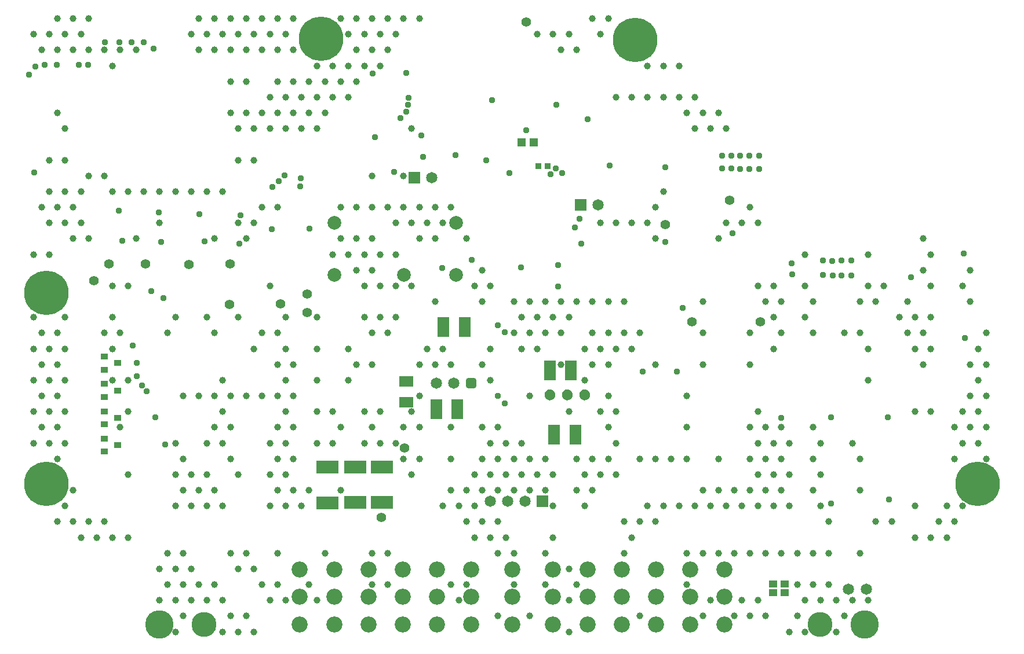
<source format=gbr>
G04*
G04 #@! TF.GenerationSoftware,Altium Limited,Altium Designer,22.4.2 (48)*
G04*
G04 Layer_Color=16711935*
%FSLAX25Y25*%
%MOIN*%
G70*
G04*
G04 #@! TF.SameCoordinates,EB04A3AC-252A-4695-9AB0-F794D25C9F92*
G04*
G04*
G04 #@! TF.FilePolarity,Negative*
G04*
G01*
G75*
%ADD74R,0.04931X0.04931*%
%ADD75R,0.04537X0.04143*%
%ADD81R,0.04143X0.03750*%
%ADD82R,0.06506X0.06506*%
%ADD83C,0.06506*%
G04:AMPARAMS|DCode=84|XSize=61.12mil|YSize=61.12mil|CornerRadius=16.78mil|HoleSize=0mil|Usage=FLASHONLY|Rotation=180.000|XOffset=0mil|YOffset=0mil|HoleType=Round|Shape=RoundedRectangle|*
%AMROUNDEDRECTD84*
21,1,0.06112,0.02756,0,0,180.0*
21,1,0.02756,0.06112,0,0,180.0*
1,1,0.03356,-0.01378,0.01378*
1,1,0.03356,0.01378,0.01378*
1,1,0.03356,0.01378,-0.01378*
1,1,0.03356,-0.01378,-0.01378*
%
%ADD84ROUNDEDRECTD84*%
%ADD85C,0.07900*%
%ADD86C,0.09261*%
%ADD87C,0.03700*%
%ADD88C,0.03900*%
%ADD89C,0.05600*%
%ADD90C,0.25600*%
%ADD91C,0.16348*%
%ADD92C,0.14379*%
%ADD114R,0.06506X0.11624*%
%ADD115R,0.13002X0.07608*%
%ADD116R,0.03356X0.03356*%
%ADD117R,0.08080X0.05915*%
G36*
X632000Y386873D02*
X632809Y386980D01*
X633563Y387292D01*
X634211Y387789D01*
X634708Y388437D01*
X635020Y389191D01*
X635127Y390000D01*
X635020Y390809D01*
X634708Y391563D01*
X634211Y392211D01*
X633563Y392708D01*
X632809Y393020D01*
X632000Y393127D01*
D01*
X631191Y393020D01*
X630437Y392708D01*
X629789Y392211D01*
X629292Y391563D01*
X628980Y390809D01*
X628873Y390000D01*
X628980Y389191D01*
X629292Y388437D01*
X629789Y387789D01*
X630437Y387292D01*
X631191Y386980D01*
X632000Y386873D01*
D01*
D02*
G37*
G36*
X642000D02*
X642809Y386980D01*
X643563Y387292D01*
X644211Y387789D01*
X644708Y388437D01*
X645020Y389191D01*
X645127Y390000D01*
X645020Y390809D01*
X644708Y391563D01*
X644211Y392211D01*
X643563Y392708D01*
X642809Y393020D01*
X642000Y393127D01*
D01*
X641191Y393020D01*
X640437Y392708D01*
X639789Y392211D01*
X639292Y391563D01*
X638980Y390809D01*
X638873Y390000D01*
X638980Y389191D01*
X639292Y388437D01*
X639789Y387789D01*
X640437Y387292D01*
X641191Y386980D01*
X642000Y386873D01*
D01*
D02*
G37*
G36*
X652000D02*
X652809Y386980D01*
X653563Y387292D01*
X654211Y387789D01*
X654708Y388437D01*
X655020Y389191D01*
X655127Y390000D01*
X655020Y390809D01*
X654708Y391563D01*
X654211Y392211D01*
X653563Y392708D01*
X652809Y393020D01*
X652000Y393127D01*
D01*
X651191Y393020D01*
X650437Y392708D01*
X649789Y392211D01*
X649292Y391563D01*
X648980Y390809D01*
X648873Y390000D01*
X648980Y389191D01*
X649292Y388437D01*
X649789Y387789D01*
X650437Y387292D01*
X651191Y386980D01*
X652000Y386873D01*
D01*
D02*
G37*
D74*
X622835Y535236D02*
D03*
X615748D02*
D03*
D75*
X760433Y276037D02*
D03*
X767126D02*
D03*
Y281181D02*
D03*
X760433D02*
D03*
D81*
X375590Y357368D02*
D03*
Y364848D02*
D03*
X383465Y361108D02*
D03*
X375590Y404485D02*
D03*
Y411966D02*
D03*
X383465Y408225D02*
D03*
X375590Y388779D02*
D03*
Y396260D02*
D03*
X383465Y392520D02*
D03*
X375590Y373074D02*
D03*
Y380554D02*
D03*
X383465Y376814D02*
D03*
D82*
X627716Y328740D02*
D03*
X553976Y514961D02*
D03*
X649803Y499409D02*
D03*
D83*
X617717Y328740D02*
D03*
X607717D02*
D03*
X597717D02*
D03*
X576772Y396732D02*
D03*
X566772D02*
D03*
X563976Y514961D02*
D03*
X659803Y499409D02*
D03*
X803543Y277953D02*
D03*
X814173D02*
D03*
D84*
X586772Y396732D02*
D03*
D85*
X508032Y459055D02*
D03*
X548032D02*
D03*
X578031D02*
D03*
Y489055D02*
D03*
X508032D02*
D03*
D86*
X488189Y257874D02*
D03*
Y273622D02*
D03*
Y289370D02*
D03*
X507874Y257874D02*
D03*
X527559D02*
D03*
Y273622D02*
D03*
Y289370D02*
D03*
X547244Y257874D02*
D03*
Y273622D02*
D03*
Y289370D02*
D03*
X566929Y257874D02*
D03*
Y273622D02*
D03*
Y289370D02*
D03*
X586614Y257874D02*
D03*
Y273622D02*
D03*
Y289370D02*
D03*
X610236Y257874D02*
D03*
Y273622D02*
D03*
Y289370D02*
D03*
X633858Y257874D02*
D03*
Y273622D02*
D03*
Y289370D02*
D03*
X653543Y257874D02*
D03*
Y273622D02*
D03*
Y289370D02*
D03*
X673228Y257874D02*
D03*
Y273622D02*
D03*
Y289370D02*
D03*
X692913Y257874D02*
D03*
Y273622D02*
D03*
Y289370D02*
D03*
X712598Y257874D02*
D03*
Y273622D02*
D03*
Y289370D02*
D03*
X732283Y257874D02*
D03*
Y273622D02*
D03*
Y289370D02*
D03*
X507874D02*
D03*
Y273622D02*
D03*
D87*
X476000Y513000D02*
D03*
X488734Y514766D02*
D03*
X606000Y426000D02*
D03*
X602000Y430000D02*
D03*
X376000Y593000D02*
D03*
X384500D02*
D03*
X391500D02*
D03*
X398500D02*
D03*
X404000Y589500D02*
D03*
X385876Y478863D02*
D03*
X408500Y478000D02*
D03*
X433500Y478500D02*
D03*
X453500Y477000D02*
D03*
X550750Y561206D02*
D03*
X550500Y557000D02*
D03*
X479500Y516500D02*
D03*
X488500Y510000D02*
D03*
X549500Y553000D02*
D03*
X546000Y549500D02*
D03*
X454000Y493500D02*
D03*
X430500Y494000D02*
D03*
X384000Y495950D02*
D03*
X407000Y495000D02*
D03*
X549500Y575500D02*
D03*
X531500Y538500D02*
D03*
X558000Y539500D02*
D03*
X335500Y518000D02*
D03*
X530000Y575000D02*
D03*
X472253Y509861D02*
D03*
X685433Y403250D02*
D03*
X705118D02*
D03*
X336000Y579000D02*
D03*
X332500Y574500D02*
D03*
X341500Y580000D02*
D03*
X348500D02*
D03*
X472185Y485296D02*
D03*
X542500Y518500D02*
D03*
X366500Y580000D02*
D03*
X361000D02*
D03*
X606000Y385000D02*
D03*
X615500Y463500D02*
D03*
X602000Y389500D02*
D03*
X650000Y477000D02*
D03*
X698500Y478000D02*
D03*
X708268Y440158D02*
D03*
X698500Y521000D02*
D03*
X646500Y486500D02*
D03*
X649000Y491500D02*
D03*
X666500Y522000D02*
D03*
X741339Y527750D02*
D03*
X746850D02*
D03*
X752362D02*
D03*
X736221D02*
D03*
X731000D02*
D03*
X752362Y520079D02*
D03*
X741339D02*
D03*
X731000Y520478D02*
D03*
X736221Y520472D02*
D03*
X746850Y520079D02*
D03*
X737000Y483000D02*
D03*
X570079Y462992D02*
D03*
X587008Y467717D02*
D03*
X764961Y376772D02*
D03*
X653543Y548819D02*
D03*
X397244Y395276D02*
D03*
X394488Y400787D02*
D03*
X409842Y445669D02*
D03*
X392126Y418504D02*
D03*
X394488Y408268D02*
D03*
X400000Y392126D02*
D03*
X405118Y377165D02*
D03*
X410630Y361417D02*
D03*
X402559Y449803D02*
D03*
X826378Y377165D02*
D03*
X870669Y422638D02*
D03*
X559055Y527165D02*
D03*
X638976Y517717D02*
D03*
X635827Y557087D02*
D03*
X598819Y559842D02*
D03*
X595276Y525197D02*
D03*
X608661Y517717D02*
D03*
X632283Y516929D02*
D03*
X635433Y520472D02*
D03*
X618504Y542520D02*
D03*
X493696Y485822D02*
D03*
X577756Y527953D02*
D03*
X805315Y467323D02*
D03*
Y458661D02*
D03*
X799803Y467323D02*
D03*
Y458661D02*
D03*
X794488Y467126D02*
D03*
X794685Y458858D02*
D03*
X789173Y467323D02*
D03*
Y459055D02*
D03*
X636811Y452362D02*
D03*
Y464764D02*
D03*
X771063Y465748D02*
D03*
X771260Y459252D02*
D03*
X839764Y457677D02*
D03*
X826968Y329724D02*
D03*
X793701Y327362D02*
D03*
Y376969D02*
D03*
X870079Y471457D02*
D03*
D88*
X882874Y425591D02*
D03*
X878347Y416536D02*
D03*
X882874Y407480D02*
D03*
X878347Y398425D02*
D03*
X882874Y389370D02*
D03*
X878347Y380315D02*
D03*
X882874Y371260D02*
D03*
X878347Y362205D02*
D03*
X882874Y353150D02*
D03*
X873819Y461811D02*
D03*
X869291Y452756D02*
D03*
X873819Y443701D02*
D03*
Y407480D02*
D03*
Y389370D02*
D03*
X869291Y380315D02*
D03*
X873819Y371260D02*
D03*
X869291Y362205D02*
D03*
Y325984D02*
D03*
X864764Y371260D02*
D03*
Y353150D02*
D03*
X860236Y325984D02*
D03*
X864764Y316929D02*
D03*
X860236Y307874D02*
D03*
X851181Y470866D02*
D03*
Y452756D02*
D03*
Y434646D02*
D03*
Y416536D02*
D03*
Y380315D02*
D03*
X855709Y316929D02*
D03*
X851181Y307874D02*
D03*
X846654Y479921D02*
D03*
Y461811D02*
D03*
X842126Y434646D02*
D03*
X846654Y425591D02*
D03*
X842126Y416536D02*
D03*
X846654Y407480D02*
D03*
X842126Y380315D02*
D03*
Y325984D02*
D03*
Y307874D02*
D03*
X837599Y443701D02*
D03*
X833071Y434646D02*
D03*
X837599Y425591D02*
D03*
X824016Y452756D02*
D03*
X828543Y316929D02*
D03*
X814961Y470866D02*
D03*
Y452756D02*
D03*
X819488Y443701D02*
D03*
X814961Y416536D02*
D03*
Y398425D02*
D03*
X819488Y316929D02*
D03*
X814961Y271654D02*
D03*
X810433Y443701D02*
D03*
Y425591D02*
D03*
X805906Y362205D02*
D03*
X810433Y353150D02*
D03*
Y335039D02*
D03*
Y298819D02*
D03*
X805906Y271654D02*
D03*
X801378Y425591D02*
D03*
X796851Y271654D02*
D03*
X801378Y262598D02*
D03*
X796851Y253543D02*
D03*
X787795Y362205D02*
D03*
Y344095D02*
D03*
Y325984D02*
D03*
X792323Y316929D02*
D03*
Y298819D02*
D03*
Y280709D02*
D03*
X787795Y271654D02*
D03*
X778740Y470866D02*
D03*
Y452756D02*
D03*
X783268Y443701D02*
D03*
X778740Y434646D02*
D03*
X783268Y425591D02*
D03*
Y371260D02*
D03*
Y353150D02*
D03*
Y335039D02*
D03*
Y298819D02*
D03*
Y280709D02*
D03*
X778740Y271654D02*
D03*
Y253543D02*
D03*
X769685Y362205D02*
D03*
Y344095D02*
D03*
Y325984D02*
D03*
X774213Y298819D02*
D03*
Y280709D02*
D03*
Y262598D02*
D03*
X769685Y253543D02*
D03*
X760630Y452756D02*
D03*
X765158Y443701D02*
D03*
X760630Y434646D02*
D03*
X765158Y425591D02*
D03*
X760630Y416536D02*
D03*
X765158Y371260D02*
D03*
X760630Y362205D02*
D03*
X765158Y353150D02*
D03*
X760630Y344095D02*
D03*
X765158Y335039D02*
D03*
X760630Y325984D02*
D03*
X765158Y298819D02*
D03*
X751575Y488976D02*
D03*
Y452756D02*
D03*
X756103Y443701D02*
D03*
X751575Y380315D02*
D03*
X756103Y371260D02*
D03*
X751575Y362205D02*
D03*
X756103Y353150D02*
D03*
X751575Y344095D02*
D03*
X756103Y335039D02*
D03*
X751575Y325984D02*
D03*
X756103Y298819D02*
D03*
X751575Y271654D02*
D03*
X756103Y262598D02*
D03*
X747047Y498032D02*
D03*
X742520Y488976D02*
D03*
X747047Y425591D02*
D03*
Y407480D02*
D03*
Y371260D02*
D03*
Y353150D02*
D03*
Y335039D02*
D03*
X742520Y325984D02*
D03*
X747047Y298819D02*
D03*
X742520Y271654D02*
D03*
X747047Y262598D02*
D03*
X733465Y543307D02*
D03*
Y488976D02*
D03*
X737992Y335039D02*
D03*
X733465Y325984D02*
D03*
X737992Y298819D02*
D03*
Y262598D02*
D03*
X728937Y552362D02*
D03*
X724410Y543307D02*
D03*
X728937Y479921D02*
D03*
Y353150D02*
D03*
Y335039D02*
D03*
X724410Y325984D02*
D03*
X728937Y298819D02*
D03*
X724410Y271654D02*
D03*
X715354Y561417D02*
D03*
X719882Y552362D02*
D03*
X715354Y543307D02*
D03*
X719882Y443701D02*
D03*
Y425591D02*
D03*
Y407480D02*
D03*
Y335039D02*
D03*
X715354Y325984D02*
D03*
X719882Y298819D02*
D03*
Y262598D02*
D03*
X706299Y579528D02*
D03*
Y561417D02*
D03*
X710827Y552362D02*
D03*
Y389370D02*
D03*
Y371260D02*
D03*
Y353150D02*
D03*
X706299Y325984D02*
D03*
X710827Y298819D02*
D03*
Y280709D02*
D03*
X697244Y579528D02*
D03*
Y561417D02*
D03*
Y507087D02*
D03*
X701772Y353150D02*
D03*
X697244Y325984D02*
D03*
X688189Y579528D02*
D03*
Y561417D02*
D03*
X692717Y498032D02*
D03*
X688189Y488976D02*
D03*
X692717Y479921D02*
D03*
Y407480D02*
D03*
Y353150D02*
D03*
X688189Y325984D02*
D03*
X692717Y316929D02*
D03*
X679134Y561417D02*
D03*
Y488976D02*
D03*
X683662Y425591D02*
D03*
X679134Y416536D02*
D03*
X683662Y353150D02*
D03*
Y316929D02*
D03*
X679134Y307874D02*
D03*
X683662Y262598D02*
D03*
X670079Y561417D02*
D03*
Y488976D02*
D03*
X674606Y443701D02*
D03*
Y425591D02*
D03*
X670079Y416536D02*
D03*
Y380315D02*
D03*
Y362205D02*
D03*
Y344095D02*
D03*
X674606Y316929D02*
D03*
Y298819D02*
D03*
X665551Y606693D02*
D03*
X661024Y597638D02*
D03*
Y488976D02*
D03*
X665551Y443701D02*
D03*
Y425591D02*
D03*
X661024Y416536D02*
D03*
X665551Y407480D02*
D03*
Y389370D02*
D03*
X661024Y380315D02*
D03*
X665551Y371260D02*
D03*
Y353150D02*
D03*
X661024Y344095D02*
D03*
X656496Y606693D02*
D03*
Y443701D02*
D03*
Y425591D02*
D03*
X651969Y416536D02*
D03*
X656496Y407480D02*
D03*
X651969Y398425D02*
D03*
X656496Y353150D02*
D03*
X651969Y344095D02*
D03*
X656496Y335039D02*
D03*
X651969Y325984D02*
D03*
X642913Y597638D02*
D03*
X647441Y588583D02*
D03*
Y443701D02*
D03*
X642913Y434646D02*
D03*
Y380315D02*
D03*
X647441Y353150D02*
D03*
Y335039D02*
D03*
X642913Y289764D02*
D03*
X647441Y280709D02*
D03*
X642913Y271654D02*
D03*
Y253543D02*
D03*
X633858Y597638D02*
D03*
X638386Y588583D02*
D03*
Y443701D02*
D03*
X633858Y434646D02*
D03*
X638386Y425591D02*
D03*
Y407480D02*
D03*
X633858Y344095D02*
D03*
Y325984D02*
D03*
Y307874D02*
D03*
X624803Y597638D02*
D03*
X629331Y443701D02*
D03*
X624803Y434646D02*
D03*
X629331Y425591D02*
D03*
X624803Y416536D02*
D03*
X629331Y353150D02*
D03*
X624803Y344095D02*
D03*
X629331Y335039D02*
D03*
Y298819D02*
D03*
Y280709D02*
D03*
X620276Y443701D02*
D03*
X615748Y434646D02*
D03*
X620276Y425591D02*
D03*
X615748Y416536D02*
D03*
X620276Y389370D02*
D03*
X615748Y362205D02*
D03*
X620276Y353150D02*
D03*
X615748Y344095D02*
D03*
X620276Y335039D02*
D03*
Y262598D02*
D03*
X611221Y443701D02*
D03*
Y425591D02*
D03*
X606693Y362205D02*
D03*
X611221Y353150D02*
D03*
X606693Y344095D02*
D03*
X611221Y335039D02*
D03*
X606693Y307874D02*
D03*
X611221Y298819D02*
D03*
Y280709D02*
D03*
X597638Y452756D02*
D03*
Y416536D02*
D03*
Y398425D02*
D03*
X602166Y371260D02*
D03*
X597638Y362205D02*
D03*
X602166Y353150D02*
D03*
X597638Y344095D02*
D03*
X602166Y335039D02*
D03*
Y316929D02*
D03*
X597638Y307874D02*
D03*
X602166Y298819D02*
D03*
Y262598D02*
D03*
X593110Y461811D02*
D03*
X588583Y452756D02*
D03*
X593110Y443701D02*
D03*
Y407480D02*
D03*
Y371260D02*
D03*
Y353150D02*
D03*
X588583Y344095D02*
D03*
X593110Y335039D02*
D03*
X588583Y325984D02*
D03*
X593110Y316929D02*
D03*
X588583Y307874D02*
D03*
X584055Y479921D02*
D03*
Y335039D02*
D03*
X579528Y325984D02*
D03*
X584055Y316929D02*
D03*
Y280709D02*
D03*
X579528Y271654D02*
D03*
X575000Y498032D02*
D03*
X570473Y488976D02*
D03*
Y416536D02*
D03*
X575000Y407480D02*
D03*
Y371260D02*
D03*
Y353150D02*
D03*
Y335039D02*
D03*
X570473Y325984D02*
D03*
X575000Y280709D02*
D03*
X565945Y498032D02*
D03*
X561417Y488976D02*
D03*
X565945Y479921D02*
D03*
Y443701D02*
D03*
X561417Y416536D02*
D03*
X565945Y407480D02*
D03*
X556890Y606693D02*
D03*
X552362Y543307D02*
D03*
X556890Y498032D02*
D03*
X552362Y488976D02*
D03*
X556890Y479921D02*
D03*
X552362Y452756D02*
D03*
X556890Y407480D02*
D03*
Y389370D02*
D03*
X552362Y380315D02*
D03*
X556890Y371260D02*
D03*
Y353150D02*
D03*
X552362Y344095D02*
D03*
X547835Y606693D02*
D03*
X543307Y597638D02*
D03*
X547835Y516142D02*
D03*
Y498032D02*
D03*
X543307Y488976D02*
D03*
Y470866D02*
D03*
Y452756D02*
D03*
Y434646D02*
D03*
X547835Y371260D02*
D03*
X543307Y362205D02*
D03*
X547835Y353150D02*
D03*
X538780Y606693D02*
D03*
X534252Y597638D02*
D03*
X538780Y588583D02*
D03*
X534252Y579528D02*
D03*
X538780Y498032D02*
D03*
X534252Y470866D02*
D03*
Y452756D02*
D03*
Y434646D02*
D03*
X538780Y425591D02*
D03*
X534252Y380315D02*
D03*
Y362205D02*
D03*
X538780Y298819D02*
D03*
Y280709D02*
D03*
X529725Y606693D02*
D03*
X525197Y597638D02*
D03*
X529725Y588583D02*
D03*
X525197Y579528D02*
D03*
X529725Y516142D02*
D03*
Y498032D02*
D03*
Y479921D02*
D03*
X525197Y470866D02*
D03*
X529725Y461811D02*
D03*
X525197Y452756D02*
D03*
Y434646D02*
D03*
X529725Y425591D02*
D03*
Y407480D02*
D03*
X525197Y380315D02*
D03*
X529725Y371260D02*
D03*
X525197Y362205D02*
D03*
X529725Y298819D02*
D03*
Y280709D02*
D03*
X520669Y606693D02*
D03*
X516142Y597638D02*
D03*
X520669Y588583D02*
D03*
X516142Y579528D02*
D03*
X520669Y570473D02*
D03*
X516142Y561417D02*
D03*
X520669Y498032D02*
D03*
Y479921D02*
D03*
X516142Y470866D02*
D03*
X520669Y461811D02*
D03*
X516142Y416536D02*
D03*
X520669Y407480D02*
D03*
X516142Y398425D02*
D03*
X511614Y606693D02*
D03*
X507087Y579528D02*
D03*
X511614Y570473D02*
D03*
X507087Y561417D02*
D03*
X511614Y498032D02*
D03*
Y479921D02*
D03*
X507087Y470866D02*
D03*
Y380315D02*
D03*
X511614Y371260D02*
D03*
X507087Y362205D02*
D03*
X511614Y335039D02*
D03*
X498032Y579528D02*
D03*
X502559Y570473D02*
D03*
X498032Y561417D02*
D03*
X502559Y552362D02*
D03*
X498032Y543307D02*
D03*
Y434646D02*
D03*
Y416536D02*
D03*
Y398425D02*
D03*
Y380315D02*
D03*
Y362205D02*
D03*
X502559Y298819D02*
D03*
X498032Y271654D02*
D03*
X493504Y570473D02*
D03*
X488976Y561417D02*
D03*
X493504Y552362D02*
D03*
X488976Y543307D02*
D03*
X493504Y335039D02*
D03*
X488976Y325984D02*
D03*
X493504Y280709D02*
D03*
X484449Y606693D02*
D03*
X479921Y597638D02*
D03*
X484449Y588583D02*
D03*
Y570473D02*
D03*
X479921Y561417D02*
D03*
X484449Y552362D02*
D03*
X479921Y543307D02*
D03*
Y434646D02*
D03*
Y416536D02*
D03*
X484449Y407480D02*
D03*
X479921Y398425D02*
D03*
X484449Y389370D02*
D03*
X479921Y380315D02*
D03*
X484449Y371260D02*
D03*
X479921Y362205D02*
D03*
X484449Y353150D02*
D03*
X479921Y344095D02*
D03*
X484449Y335039D02*
D03*
X479921Y325984D02*
D03*
Y271654D02*
D03*
X475394Y606693D02*
D03*
X470866Y597638D02*
D03*
X475394Y588583D02*
D03*
Y570473D02*
D03*
X470866Y561417D02*
D03*
X475394Y552362D02*
D03*
X470866Y543307D02*
D03*
X475394Y498032D02*
D03*
X470866Y452756D02*
D03*
X475394Y425591D02*
D03*
Y407480D02*
D03*
Y389370D02*
D03*
Y371260D02*
D03*
X470866Y362205D02*
D03*
X475394Y353150D02*
D03*
X470866Y344095D02*
D03*
X475394Y335039D02*
D03*
X470866Y325984D02*
D03*
X475394Y298819D02*
D03*
Y280709D02*
D03*
X470866Y271654D02*
D03*
X466339Y606693D02*
D03*
X461811Y597638D02*
D03*
X466339Y588583D02*
D03*
Y552362D02*
D03*
X461811Y543307D02*
D03*
Y525197D02*
D03*
X466339Y498032D02*
D03*
X461811Y488976D02*
D03*
X466339Y425591D02*
D03*
X461811Y416536D02*
D03*
X466339Y389370D02*
D03*
X461811Y289764D02*
D03*
X466339Y280709D02*
D03*
X461811Y253543D02*
D03*
X457284Y606693D02*
D03*
X452756Y597638D02*
D03*
X457284Y588583D02*
D03*
Y570473D02*
D03*
Y552362D02*
D03*
X452756Y543307D02*
D03*
Y525197D02*
D03*
Y488976D02*
D03*
X457284Y479921D02*
D03*
X452756Y434646D02*
D03*
X457284Y389370D02*
D03*
X452756Y344095D02*
D03*
X457284Y298819D02*
D03*
X452756Y289764D02*
D03*
X457284Y262598D02*
D03*
X452756Y253543D02*
D03*
X448228Y606693D02*
D03*
X443701Y597638D02*
D03*
X448228Y588583D02*
D03*
Y570473D02*
D03*
Y552362D02*
D03*
X443701Y507087D02*
D03*
Y398425D02*
D03*
X448228Y389370D02*
D03*
X443701Y380315D02*
D03*
X448228Y371260D02*
D03*
X443701Y362205D02*
D03*
X448228Y353150D02*
D03*
X443701Y325984D02*
D03*
X448228Y298819D02*
D03*
X443701Y271654D02*
D03*
X448228Y262598D02*
D03*
X443701Y253543D02*
D03*
X439173Y606693D02*
D03*
X434646Y597638D02*
D03*
X439173Y588583D02*
D03*
X434646Y507087D02*
D03*
X439173Y479921D02*
D03*
X434646Y434646D02*
D03*
X439173Y425591D02*
D03*
Y389370D02*
D03*
Y371260D02*
D03*
X434646Y362205D02*
D03*
Y344095D02*
D03*
X439173Y335039D02*
D03*
X434646Y325984D02*
D03*
X439173Y280709D02*
D03*
X434646Y271654D02*
D03*
X430118Y606693D02*
D03*
X425591Y597638D02*
D03*
X430118Y588583D02*
D03*
X425591Y507087D02*
D03*
X430118Y389370D02*
D03*
X425591Y344095D02*
D03*
X430118Y335039D02*
D03*
X425591Y325984D02*
D03*
Y289764D02*
D03*
X430118Y280709D02*
D03*
X425591Y271654D02*
D03*
X416536Y507087D02*
D03*
Y434646D02*
D03*
X421063Y389370D02*
D03*
X416536Y362205D02*
D03*
X421063Y353150D02*
D03*
X416536Y344095D02*
D03*
X421063Y335039D02*
D03*
X416536Y325984D02*
D03*
X421063Y298819D02*
D03*
X416536Y289764D02*
D03*
X421063Y280709D02*
D03*
X416536Y271654D02*
D03*
X421063Y262598D02*
D03*
X416536Y253543D02*
D03*
X407480Y507087D02*
D03*
Y488976D02*
D03*
X412008Y425591D02*
D03*
Y298819D02*
D03*
X407480Y289764D02*
D03*
X412008Y280709D02*
D03*
X407480Y271654D02*
D03*
X398425Y507087D02*
D03*
X393898Y588583D02*
D03*
X389370Y507087D02*
D03*
X393898Y479921D02*
D03*
X389370Y452756D02*
D03*
Y398425D02*
D03*
Y380315D02*
D03*
Y344095D02*
D03*
Y307874D02*
D03*
X384843Y588583D02*
D03*
X380315Y579528D02*
D03*
Y507087D02*
D03*
Y452756D02*
D03*
Y434646D02*
D03*
X384843Y425591D02*
D03*
X380315Y416536D02*
D03*
Y398425D02*
D03*
X384843Y371260D02*
D03*
X380315Y307874D02*
D03*
X375787Y588583D02*
D03*
Y516142D02*
D03*
Y425591D02*
D03*
Y316929D02*
D03*
X371260Y307874D02*
D03*
X366732Y606693D02*
D03*
X362205Y597638D02*
D03*
X366732Y588583D02*
D03*
Y516142D02*
D03*
X362205Y507087D02*
D03*
Y488976D02*
D03*
X366732Y479921D02*
D03*
Y316929D02*
D03*
X362205Y307874D02*
D03*
X357677Y606693D02*
D03*
X353150Y597638D02*
D03*
X357677Y588583D02*
D03*
X353150Y543307D02*
D03*
Y525197D02*
D03*
Y507087D02*
D03*
X357677Y498032D02*
D03*
X353150Y488976D02*
D03*
X357677Y479921D02*
D03*
X353150Y434646D02*
D03*
Y416536D02*
D03*
Y398425D02*
D03*
Y380315D02*
D03*
Y362205D02*
D03*
X357677Y335039D02*
D03*
X353150Y325984D02*
D03*
X357677Y316929D02*
D03*
X348622Y606693D02*
D03*
X344095Y597638D02*
D03*
X348622Y588583D02*
D03*
Y552362D02*
D03*
X344095Y525197D02*
D03*
Y507087D02*
D03*
X348622Y498032D02*
D03*
X344095Y488976D02*
D03*
Y470866D02*
D03*
X348622Y425591D02*
D03*
X344095Y416536D02*
D03*
X348622Y407480D02*
D03*
X344095Y398425D02*
D03*
X348622Y389370D02*
D03*
X344095Y380315D02*
D03*
X348622Y371260D02*
D03*
X344095Y362205D02*
D03*
X348622Y353150D02*
D03*
Y316929D02*
D03*
X335039Y597638D02*
D03*
X339567Y588583D02*
D03*
Y498032D02*
D03*
X335039Y470866D02*
D03*
Y434646D02*
D03*
X339567Y425591D02*
D03*
X335039Y416536D02*
D03*
X339567Y407480D02*
D03*
X335039Y398425D02*
D03*
X339567Y389370D02*
D03*
X335039Y380315D02*
D03*
X339567Y371260D02*
D03*
X335039Y362205D02*
D03*
D89*
X378500Y465500D02*
D03*
X369845Y455709D02*
D03*
X448000Y465500D02*
D03*
X424500Y465000D02*
D03*
X399500Y465500D02*
D03*
X492500Y448000D02*
D03*
Y437500D02*
D03*
X477165Y442520D02*
D03*
X735500Y502000D02*
D03*
X698500Y488000D02*
D03*
X535039Y319291D02*
D03*
X618504Y604724D02*
D03*
X447825Y441919D02*
D03*
X548228Y359252D02*
D03*
X713583Y432087D02*
D03*
X752953D02*
D03*
D90*
X342520Y448819D02*
D03*
X500500Y595000D02*
D03*
X342520Y338583D02*
D03*
X877953D02*
D03*
X681102Y594488D02*
D03*
D91*
X407480Y257874D02*
D03*
X812992D02*
D03*
D92*
X433071D02*
D03*
X787402D02*
D03*
D114*
X644102Y404000D02*
D03*
X631898D02*
D03*
X634449Y367126D02*
D03*
X646654D02*
D03*
X578740Y381890D02*
D03*
X566535D02*
D03*
X582874Y429134D02*
D03*
X570669D02*
D03*
D115*
X535433Y348484D02*
D03*
Y327894D02*
D03*
X520000D02*
D03*
Y348484D02*
D03*
X504000Y348295D02*
D03*
Y327705D02*
D03*
D116*
X630709Y521654D02*
D03*
X625197D02*
D03*
D117*
X549213Y397835D02*
D03*
Y385630D02*
D03*
M02*

</source>
